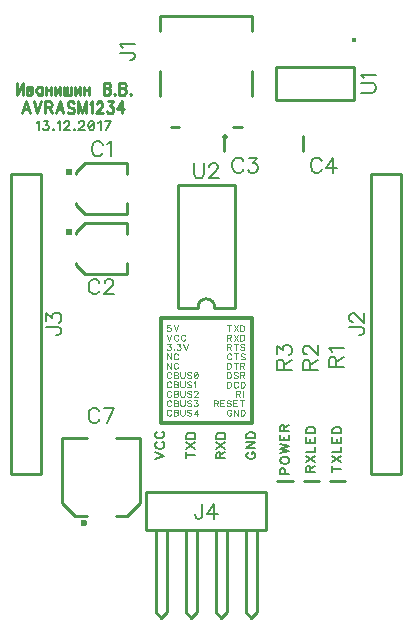
<source format=gbr>
G04 DipTrace 3.1.0.1*
G04 Âåðõíÿÿìàðêèðîâêà.gbr*
%MOIN*%
G04 #@! TF.FileFunction,Legend,Top*
G04 #@! TF.Part,Single*
%ADD10C,0.009843*%
%ADD16C,0.012992*%
%ADD17C,0.023676*%
%ADD21C,0.02362*%
%ADD23C,0.019654*%
%ADD28C,0.015403*%
%ADD61C,0.00772*%
%ADD62C,0.004374*%
%ADD63C,0.006562*%
%ADD64C,0.008749*%
%FSLAX26Y26*%
G04*
G70*
G90*
G75*
G01*
G04 TopSilk*
%LPD*%
X397302Y1222265D2*
D10*
X397326Y1186832D1*
X397302Y1222265D2*
X257604D1*
X228045Y1192741D2*
X257604Y1222265D1*
X228045Y1192741D2*
X228021Y1186832D1*
X397326Y1088406D2*
X397302Y1052974D1*
X257604D1*
X228045Y1082498D2*
X257604Y1052974D1*
X228021Y1088406D2*
X228045Y1082498D1*
D17*
X206393Y1192749D3*
X397302Y1022244D2*
D10*
X397326Y986811D1*
X397302Y1022244D2*
X257604D1*
X228045Y992720D2*
X257604Y1022244D1*
X228045Y992720D2*
X228021Y986811D1*
X397326Y888385D2*
X397302Y852953D1*
X257604D1*
X228045Y882477D2*
X257604Y852953D1*
X228021Y888385D2*
X228045Y882477D1*
D17*
X206393Y992728D3*
X721239Y1261929D2*
D10*
Y1313071D1*
X983739Y1261929D2*
Y1313071D1*
X182612Y304922D2*
X263319Y304954D1*
X182612Y304922D2*
Y88417D1*
X225927Y45122D2*
X182612Y88417D1*
X225927Y45122D2*
X263319D1*
X361747Y304954D2*
X442454Y304922D1*
Y88417D1*
X399138Y45122D2*
X442454Y88417D1*
X361747Y45122D2*
X399138D1*
D21*
X255458Y21467D3*
X1074432Y162278D2*
D10*
X1125573D1*
X986932D2*
X1038073D1*
X899526Y162291D2*
X950668D1*
X816044Y1711909D2*
X508956D1*
X816044D2*
Y1662717D1*
Y1529606D2*
Y1445358D1*
X780598Y1341846D2*
X753047D1*
X571953D2*
X544402D1*
X508956Y1445358D2*
Y1529606D1*
Y1662717D2*
Y1711909D1*
D23*
X725497Y1308362D3*
X1312502Y1187520D2*
D10*
X1212501D1*
Y187480D1*
X1312502D1*
Y1187520D1*
X112502D2*
X12501D1*
Y187480D1*
X112502D1*
Y1187520D1*
X462570Y125008D2*
X862583D1*
Y28D1*
X462570D1*
Y125008D1*
X493811Y28D2*
Y-274939D1*
X531332Y28D2*
Y-274939D1*
X493811D2*
X512531Y-294903D1*
X531332Y-274939D2*
X512531Y-294903D1*
X593814Y28D2*
Y-274939D1*
X631335Y28D2*
Y-274939D1*
X593814D2*
X612534Y-294903D1*
X631335Y-274939D2*
X612534Y-294903D1*
X693817Y28D2*
Y-274939D1*
X731338Y28D2*
Y-274939D1*
X693817D2*
X712538Y-294903D1*
X731338Y-274939D2*
X712538Y-294903D1*
X793820Y28D2*
Y-274939D1*
X831342Y28D2*
Y-274939D1*
X793820D2*
X812541Y-294903D1*
X831342Y-274939D2*
X812541Y-294903D1*
D28*
X1153880Y1631868D3*
X1154920Y1542618D2*
D10*
X895090D1*
X1154920Y1432382D2*
X895090D1*
Y1542618D2*
Y1432382D1*
X1154920Y1542618D2*
Y1432382D1*
X757002Y739026D2*
Y1148475D1*
X567998Y739026D2*
Y1148475D1*
X757002D2*
X567998D1*
X757002Y739026D2*
X690068D1*
X634932D2*
X567998D1*
X690068D2*
G03X634932Y739026I-27568J3711D01*
G01*
X511529Y707777D2*
D16*
X813222D1*
Y356320D1*
X511529D1*
Y707777D1*
X316892Y1283550D2*
D61*
X314515Y1288303D1*
X309707Y1293112D1*
X304954Y1295488D1*
X295392D1*
X290584Y1293112D1*
X285830Y1288303D1*
X283398Y1283550D1*
X281022Y1276365D1*
Y1264371D1*
X283398Y1257242D1*
X285830Y1252433D1*
X290584Y1247680D1*
X295392Y1245248D1*
X304954D1*
X309707Y1247680D1*
X314515Y1252433D1*
X316892Y1257242D1*
X332331Y1285871D2*
X337140Y1288303D1*
X344325Y1295433D1*
Y1245248D1*
X306142Y824056D2*
X303765Y828809D1*
X298957Y833617D1*
X294204Y835994D1*
X284642D1*
X279834Y833617D1*
X275080Y828809D1*
X272649Y824056D1*
X270272Y816871D1*
Y804877D1*
X272649Y797748D1*
X275080Y792939D1*
X279834Y788186D1*
X284642Y785754D1*
X294204D1*
X298957Y788186D1*
X303765Y792939D1*
X306142Y797748D1*
X324013Y824001D2*
Y826377D1*
X326390Y831186D1*
X328766Y833562D1*
X333575Y835939D1*
X343136D1*
X347889Y833562D1*
X350266Y831186D1*
X352698Y826377D1*
Y821624D1*
X350266Y816816D1*
X345513Y809686D1*
X321581Y785754D1*
X355074D1*
X785584Y1229076D2*
X783208Y1233829D1*
X778399Y1238637D1*
X773646Y1241014D1*
X764084D1*
X759276Y1238637D1*
X754523Y1233829D1*
X752091Y1229076D1*
X749714Y1221890D1*
Y1209897D1*
X752091Y1202767D1*
X754523Y1197959D1*
X759276Y1193206D1*
X764084Y1190774D1*
X773646D1*
X778399Y1193206D1*
X783208Y1197959D1*
X785584Y1202767D1*
X805832Y1240958D2*
X832085D1*
X817770Y1221835D1*
X824955D1*
X829708Y1219459D1*
X832085Y1217082D1*
X834517Y1209897D1*
Y1205144D1*
X832085Y1197959D1*
X827332Y1193150D1*
X820147Y1190774D1*
X812962D1*
X805832Y1193150D1*
X803455Y1195582D1*
X801023Y1200335D1*
X1046896Y1229076D2*
X1044519Y1233829D1*
X1039711Y1238637D1*
X1034958Y1241014D1*
X1025396D1*
X1020588Y1238637D1*
X1015834Y1233829D1*
X1013403Y1229076D1*
X1011026Y1221890D1*
Y1209897D1*
X1013403Y1202767D1*
X1015834Y1197959D1*
X1020588Y1193206D1*
X1025396Y1190774D1*
X1034958D1*
X1039711Y1193206D1*
X1044519Y1197959D1*
X1046896Y1202767D1*
X1086267Y1190774D2*
Y1240958D1*
X1062335Y1207520D1*
X1098205D1*
X306001Y394768D2*
X303625Y399521D1*
X298816Y404329D1*
X294063Y406706D1*
X284502D1*
X279693Y404329D1*
X274940Y399521D1*
X272508Y394768D1*
X270132Y387583D1*
Y375589D1*
X272508Y368459D1*
X274940Y363651D1*
X279693Y358898D1*
X284502Y356466D1*
X294063D1*
X298816Y358898D1*
X303625Y363651D1*
X306001Y368459D1*
X331002Y356466D2*
X354934Y406651D1*
X321441D1*
X374710Y1590975D2*
X412957D1*
X420142Y1588599D1*
X422518Y1586167D1*
X424950Y1581414D1*
Y1576605D1*
X422518Y1571852D1*
X420142Y1569475D1*
X412957Y1567044D1*
X408203D1*
X384327Y1606415D2*
X381895Y1611223D1*
X374765Y1618408D1*
X424950D1*
X1139278Y675000D2*
X1177524D1*
X1184709Y672623D1*
X1187086Y670191D1*
X1189518Y665438D1*
Y660630D1*
X1187086Y655876D1*
X1184709Y653500D1*
X1177524Y651068D1*
X1172771D1*
X1151271Y692871D2*
X1148895D1*
X1144086Y695247D1*
X1141710Y697624D1*
X1139333Y702432D1*
Y711994D1*
X1141710Y716747D1*
X1144086Y719124D1*
X1148895Y721556D1*
X1153648D1*
X1158456Y719124D1*
X1165586Y714371D1*
X1189518Y690439D1*
Y723932D1*
X129461Y675000D2*
X167707D1*
X174892Y672623D1*
X177269Y670191D1*
X179701Y665438D1*
Y660630D1*
X177269Y655876D1*
X174892Y653500D1*
X167707Y651068D1*
X162954D1*
X129516Y695247D2*
Y721500D1*
X148639Y707186D1*
Y714371D1*
X151016Y719124D1*
X153392Y721500D1*
X160577Y723932D1*
X165331D1*
X172516Y721500D1*
X177324Y716747D1*
X179701Y709562D1*
Y702377D1*
X177324Y695247D1*
X174892Y692871D1*
X170139Y690439D1*
X648887Y87591D2*
Y49344D1*
X646511Y42159D1*
X644079Y39782D1*
X639326Y37351D1*
X634517D1*
X629764Y39782D1*
X627388Y42159D1*
X624956Y49344D1*
Y54097D1*
X688258Y37351D2*
Y87535D1*
X664327Y54097D1*
X700197D1*
X1095413Y544552D2*
Y566051D1*
X1092981Y573236D1*
X1090604Y575668D1*
X1085851Y578045D1*
X1081043D1*
X1076290Y575668D1*
X1073858Y573236D1*
X1071481Y566051D1*
Y544552D1*
X1121721D1*
X1095413Y561298D2*
X1121721Y578045D1*
X1081098Y593484D2*
X1078666Y598293D1*
X1071536Y605478D1*
X1121721Y605477D1*
X1008692Y533802D2*
Y555301D1*
X1006260Y562486D1*
X1003883Y564918D1*
X999130Y567295D1*
X994322D1*
X989568Y564918D1*
X987137Y562486D1*
X984760Y555301D1*
Y533802D1*
X1035000D1*
X1008692Y550548D2*
X1035000Y567295D1*
X996753Y585166D2*
X994377D1*
X989568Y587543D1*
X987192Y589919D1*
X984815Y594728D1*
Y604289D1*
X987192Y609042D1*
X989568Y611419D1*
X994377Y613851D1*
X999130D1*
X1003938Y611419D1*
X1011068Y606666D1*
X1035000Y582734D1*
Y616227D1*
X921286Y533848D2*
Y555347D1*
X918854Y562532D1*
X916478Y564964D1*
X911724Y567341D1*
X906916D1*
X902163Y564964D1*
X899731Y562532D1*
X897354Y555347D1*
Y533848D1*
X947594D1*
X921286Y550594D2*
X947594Y567341D1*
X897410Y587589D2*
Y613842D1*
X916533Y599527D1*
Y606712D1*
X918910Y611465D1*
X921286Y613842D1*
X928471Y616273D1*
X933224D1*
X940409Y613841D1*
X945218Y609088D1*
X947594Y601903D1*
Y594718D1*
X945218Y587588D1*
X942786Y585212D1*
X938033Y582780D1*
X1178541Y1457037D2*
X1214411D1*
X1221596Y1459414D1*
X1226349Y1464222D1*
X1228781Y1471407D1*
Y1476160D1*
X1226349Y1483345D1*
X1221596Y1488154D1*
X1214411Y1490530D1*
X1178541D1*
X1188158Y1505970D2*
X1185726Y1510778D1*
X1178596Y1517963D1*
X1228781D1*
X621287Y1221698D2*
Y1185828D1*
X623664Y1178643D1*
X628472Y1173890D1*
X635657Y1171458D1*
X640410D1*
X647595Y1173890D1*
X652404Y1178643D1*
X654780Y1185828D1*
Y1221698D1*
X672651Y1209705D2*
Y1212081D1*
X675028Y1216890D1*
X677405Y1219266D1*
X682213Y1221643D1*
X691775D1*
X696528Y1219266D1*
X698905Y1216890D1*
X701336Y1212081D1*
Y1207328D1*
X698905Y1202520D1*
X694151Y1195390D1*
X670220Y1171458D1*
X703713D1*
X531171Y651101D2*
D62*
X538821Y631005D1*
X546470Y651101D1*
X569567Y646325D2*
X568616Y648227D1*
X566693Y650150D1*
X564792Y651101D1*
X560967D1*
X559044Y650150D1*
X557142Y648227D1*
X556170Y646325D1*
X555219Y643451D1*
Y638654D1*
X556170Y635802D1*
X557142Y633879D1*
X559044Y631978D1*
X560967Y631005D1*
X564792D1*
X566693Y631978D1*
X568616Y633879D1*
X569567Y635802D1*
X592664Y646325D2*
X591713Y648227D1*
X589790Y650150D1*
X587889Y651101D1*
X584064D1*
X582141Y650150D1*
X580239Y648227D1*
X579267Y646325D1*
X578316Y643451D1*
Y638654D1*
X579267Y635802D1*
X580239Y633879D1*
X582141Y631978D1*
X584064Y631005D1*
X587889D1*
X589790Y631978D1*
X591713Y633879D1*
X592664Y635802D1*
X542645Y682332D2*
X533095D1*
X532144Y673732D1*
X533095Y674683D1*
X535969Y675655D1*
X538821D1*
X541695Y674683D1*
X543618Y672781D1*
X544569Y669907D1*
Y668006D1*
X543618Y665132D1*
X541695Y663209D1*
X538821Y662258D1*
X535969D1*
X533095Y663209D1*
X532144Y664181D1*
X531171Y666083D1*
X553318Y682354D2*
X560967Y662258D1*
X568616Y682354D1*
X533095Y619825D2*
X543596D1*
X537870Y612176D1*
X540744D1*
X542645Y611225D1*
X543596Y610275D1*
X544569Y607401D1*
Y605500D1*
X543596Y602626D1*
X541695Y600702D1*
X538821Y599751D1*
X535947D1*
X533095Y600702D1*
X532144Y601675D1*
X531171Y603576D1*
X554268Y601675D2*
X553318Y600702D1*
X554268Y599751D1*
X555241Y600702D1*
X554268Y601675D1*
X565913Y619825D2*
X576415D1*
X570689Y612176D1*
X573563D1*
X575464Y611225D1*
X576415Y610275D1*
X577387Y607401D1*
Y605500D1*
X576415Y602626D1*
X574513Y600702D1*
X571639Y599751D1*
X568765D1*
X565913Y600702D1*
X564963Y601675D1*
X563990Y603576D1*
X586136Y619847D2*
X593786Y599751D1*
X601435Y619847D1*
X544569Y588594D2*
Y568498D1*
X531171Y588594D1*
Y568498D1*
X567666Y583819D2*
X566715Y585720D1*
X564792Y587644D1*
X562890Y588594D1*
X559066D1*
X557142Y587644D1*
X555241Y585720D1*
X554268Y583819D1*
X553318Y580945D1*
Y576148D1*
X554268Y573296D1*
X555241Y571372D1*
X557142Y569471D1*
X559066Y568498D1*
X562890D1*
X564792Y569471D1*
X566715Y571372D1*
X567666Y573296D1*
X544569Y557341D2*
Y537245D1*
X531171Y557341D1*
Y537245D1*
X567666Y552566D2*
X566715Y554467D1*
X564792Y556390D1*
X562890Y557341D1*
X559066D1*
X557142Y556390D1*
X555241Y554467D1*
X554268Y552566D1*
X553318Y549692D1*
Y544894D1*
X554268Y542042D1*
X555241Y540119D1*
X557142Y538218D1*
X559066Y537245D1*
X562890D1*
X564792Y538218D1*
X566715Y540119D1*
X567666Y542042D1*
X545519Y521312D2*
X544569Y523214D1*
X542645Y525137D1*
X540744Y526088D1*
X536920D1*
X534996Y525137D1*
X533095Y523214D1*
X532122Y521312D1*
X531171Y518438D1*
Y513641D1*
X532122Y510789D1*
X533095Y508866D1*
X534996Y506964D1*
X536920Y505992D1*
X540744D1*
X542645Y506964D1*
X544569Y508866D1*
X545519Y510789D1*
X554268Y526088D2*
Y505992D1*
X562890D1*
X565764Y506964D1*
X566715Y507915D1*
X567666Y509816D1*
Y512690D1*
X566715Y514614D1*
X565764Y515564D1*
X562890Y516515D1*
X565764Y517488D1*
X566715Y518438D1*
X567666Y520340D1*
Y522263D1*
X566715Y524164D1*
X565764Y525137D1*
X562890Y526088D1*
X554268D1*
Y516515D2*
X562890D1*
X576415Y526088D2*
Y511740D1*
X577365Y508866D1*
X579289Y506964D1*
X582163Y505992D1*
X584064D1*
X586938Y506964D1*
X588861Y508866D1*
X589812Y511740D1*
Y526088D1*
X611958Y523214D2*
X610057Y525137D1*
X607183Y526088D1*
X603358D1*
X600484Y525137D1*
X598561Y523214D1*
Y521312D1*
X599534Y519389D1*
X600484Y518438D1*
X602385Y517488D1*
X608134Y515564D1*
X610057Y514614D1*
X611008Y513641D1*
X611958Y511740D1*
Y508866D1*
X610057Y506964D1*
X607183Y505992D1*
X603358D1*
X600484Y506964D1*
X598561Y508866D1*
X626455Y526066D2*
X623581Y525115D1*
X621658Y522241D1*
X620707Y517466D1*
Y514592D1*
X621658Y509816D1*
X623581Y506942D1*
X626455Y505992D1*
X628356D1*
X631230Y506942D1*
X633132Y509816D1*
X634104Y514592D1*
Y517466D1*
X633132Y522241D1*
X631230Y525115D1*
X628356Y526066D1*
X626455D1*
X633132Y522241D2*
X621658Y509816D1*
X545519Y490059D2*
X544569Y491960D1*
X542645Y493884D1*
X540744Y494834D1*
X536920D1*
X534996Y493884D1*
X533095Y491960D1*
X532122Y490059D1*
X531171Y487185D1*
Y482388D1*
X532122Y479536D1*
X533095Y477612D1*
X534996Y475711D1*
X536920Y474738D1*
X540744D1*
X542645Y475711D1*
X544569Y477612D1*
X545519Y479536D1*
X554268Y494834D2*
Y474738D1*
X562890D1*
X565764Y475711D1*
X566715Y476662D1*
X567666Y478563D1*
Y481437D1*
X566715Y483360D1*
X565764Y484311D1*
X562890Y485262D1*
X565764Y486234D1*
X566715Y487185D1*
X567666Y489086D1*
Y491010D1*
X566715Y492911D1*
X565764Y493884D1*
X562890Y494834D1*
X554268D1*
Y485262D2*
X562890D1*
X576415Y494834D2*
Y480486D1*
X577365Y477612D1*
X579289Y475711D1*
X582163Y474738D1*
X584064D1*
X586938Y475711D1*
X588861Y477612D1*
X589812Y480486D1*
Y494834D1*
X611958Y491960D2*
X610057Y493884D1*
X607183Y494834D1*
X603358D1*
X600484Y493884D1*
X598561Y491960D1*
Y490059D1*
X599534Y488136D1*
X600484Y487185D1*
X602385Y486234D1*
X608134Y484311D1*
X610057Y483360D1*
X611008Y482388D1*
X611958Y480486D1*
Y477612D1*
X610057Y475711D1*
X607183Y474738D1*
X603358D1*
X600484Y475711D1*
X598561Y477612D1*
X620707Y490988D2*
X622630Y491960D1*
X625504Y494812D1*
Y474738D1*
X545519Y458806D2*
X544569Y460707D1*
X542645Y462630D1*
X540744Y463581D1*
X536920D1*
X534996Y462630D1*
X533095Y460707D1*
X532122Y458806D1*
X531171Y455932D1*
Y451134D1*
X532122Y448282D1*
X533095Y446359D1*
X534996Y444458D1*
X536920Y443485D1*
X540744D1*
X542645Y444458D1*
X544569Y446359D1*
X545519Y448282D1*
X554268Y463581D2*
Y443485D1*
X562890D1*
X565764Y444458D1*
X566715Y445408D1*
X567666Y447310D1*
Y450184D1*
X566715Y452107D1*
X565764Y453058D1*
X562890Y454008D1*
X565764Y454981D1*
X566715Y455932D1*
X567666Y457833D1*
Y459756D1*
X566715Y461658D1*
X565764Y462630D1*
X562890Y463581D1*
X554268D1*
Y454008D2*
X562890D1*
X576415Y463581D2*
Y449233D1*
X577365Y446359D1*
X579289Y444458D1*
X582163Y443485D1*
X584064D1*
X586938Y444458D1*
X588861Y446359D1*
X589812Y449233D1*
Y463581D1*
X611958Y460707D2*
X610057Y462630D1*
X607183Y463581D1*
X603358D1*
X600484Y462630D1*
X598561Y460707D1*
Y458806D1*
X599534Y456882D1*
X600484Y455932D1*
X602385Y454981D1*
X608134Y453058D1*
X610057Y452107D1*
X611008Y451134D1*
X611958Y449233D1*
Y446359D1*
X610057Y444458D1*
X607183Y443485D1*
X603358D1*
X600484Y444458D1*
X598561Y446359D1*
X621680Y458784D2*
Y459734D1*
X622630Y461658D1*
X623581Y462608D1*
X625504Y463559D1*
X629329D1*
X631230Y462608D1*
X632181Y461658D1*
X633154Y459734D1*
Y457833D1*
X632181Y455910D1*
X630280Y453058D1*
X620707Y443485D1*
X634104D1*
X545519Y427553D2*
X544569Y429454D1*
X542645Y431377D1*
X540744Y432328D1*
X536920D1*
X534996Y431377D1*
X533095Y429454D1*
X532122Y427553D1*
X531171Y424679D1*
Y419881D1*
X532122Y417029D1*
X533095Y415106D1*
X534996Y413205D1*
X536920Y412232D1*
X540744D1*
X542645Y413205D1*
X544569Y415106D1*
X545519Y417029D1*
X554268Y432328D2*
Y412232D1*
X562890D1*
X565764Y413205D1*
X566715Y414155D1*
X567666Y416056D1*
Y418930D1*
X566715Y420854D1*
X565764Y421804D1*
X562890Y422755D1*
X565764Y423728D1*
X566715Y424679D1*
X567666Y426580D1*
Y428503D1*
X566715Y430404D1*
X565764Y431377D1*
X562890Y432328D1*
X554268D1*
Y422755D2*
X562890D1*
X576415Y432328D2*
Y417980D1*
X577365Y415106D1*
X579289Y413205D1*
X582163Y412232D1*
X584064D1*
X586938Y413205D1*
X588861Y415106D1*
X589812Y417980D1*
Y432328D1*
X611958Y429454D2*
X610057Y431377D1*
X607183Y432328D1*
X603358D1*
X600484Y431377D1*
X598561Y429454D1*
Y427553D1*
X599534Y425629D1*
X600484Y424679D1*
X602385Y423728D1*
X608134Y421804D1*
X610057Y420854D1*
X611008Y419881D1*
X611958Y417980D1*
Y415106D1*
X610057Y413205D1*
X607183Y412232D1*
X603358D1*
X600484Y413205D1*
X598561Y415106D1*
X622630Y432306D2*
X633132D1*
X627406Y424656D1*
X630280D1*
X632181Y423706D1*
X633132Y422755D1*
X634104Y419881D1*
Y417980D1*
X633132Y415106D1*
X631230Y413182D1*
X628356Y412232D1*
X625482D1*
X622630Y413182D1*
X621680Y414155D1*
X620707Y416056D1*
X545519Y396299D2*
X544569Y398201D1*
X542645Y400124D1*
X540744Y401075D1*
X536920D1*
X534996Y400124D1*
X533095Y398201D1*
X532122Y396299D1*
X531171Y393425D1*
Y388628D1*
X532122Y385776D1*
X533095Y383853D1*
X534996Y381951D1*
X536920Y380979D1*
X540744D1*
X542645Y381951D1*
X544569Y383853D1*
X545519Y385776D1*
X554268Y401075D2*
Y380979D1*
X562890D1*
X565764Y381951D1*
X566715Y382902D1*
X567666Y384803D1*
Y387677D1*
X566715Y389601D1*
X565764Y390551D1*
X562890Y391502D1*
X565764Y392475D1*
X566715Y393425D1*
X567666Y395327D1*
Y397250D1*
X566715Y399151D1*
X565764Y400124D1*
X562890Y401075D1*
X554268D1*
Y391502D2*
X562890D1*
X576415Y401075D2*
Y386727D1*
X577365Y383853D1*
X579289Y381951D1*
X582163Y380979D1*
X584064D1*
X586938Y381951D1*
X588861Y383853D1*
X589812Y386727D1*
Y401075D1*
X611958Y398201D2*
X610057Y400124D1*
X607183Y401075D1*
X603358D1*
X600484Y400124D1*
X598561Y398201D1*
Y396299D1*
X599534Y394376D1*
X600484Y393425D1*
X602385Y392475D1*
X608134Y390551D1*
X610057Y389601D1*
X611008Y388628D1*
X611958Y386727D1*
Y383853D1*
X610057Y381951D1*
X607183Y380979D1*
X603358D1*
X600484Y381951D1*
X598561Y383853D1*
X630280Y380979D2*
Y401052D1*
X620707Y387677D1*
X635055D1*
X738020Y682225D2*
Y662129D1*
X731321Y682225D2*
X744718D1*
X753467D2*
X766865Y662129D1*
Y682225D2*
X753467Y662129D1*
X775614Y682225D2*
Y662129D1*
X782312D1*
X785186Y663102D1*
X787110Y665003D1*
X788060Y666927D1*
X789011Y669779D1*
Y674576D1*
X788060Y677450D1*
X787110Y679351D1*
X785186Y681275D1*
X782312Y682225D1*
X775614D1*
X731321Y641399D2*
X739921D1*
X742795Y642372D1*
X743768Y643323D1*
X744718Y645224D1*
Y647148D1*
X743768Y649049D1*
X742795Y650022D1*
X739921Y650972D1*
X731321D1*
Y630876D1*
X738020Y641399D2*
X744718Y630876D1*
X753467Y650972D2*
X766865Y630876D1*
Y650972D2*
X753467Y630876D1*
X775614Y650972D2*
Y630876D1*
X782312D1*
X785186Y631849D1*
X787110Y633750D1*
X788060Y635674D1*
X789011Y638525D1*
Y643323D1*
X788060Y646197D1*
X787110Y648098D1*
X785186Y650022D1*
X782312Y650972D1*
X775614D1*
X731321Y610146D2*
X739921D1*
X742795Y611119D1*
X743768Y612070D1*
X744718Y613971D1*
Y615894D1*
X743768Y617796D1*
X742795Y618768D1*
X739921Y619719D1*
X731321D1*
Y599623D1*
X738020Y610146D2*
X744718Y599623D1*
X760166Y619719D2*
Y599623D1*
X753467Y619719D2*
X766865D1*
X789011Y616845D2*
X787110Y618768D1*
X784236Y619719D1*
X780411D1*
X777537Y618768D1*
X775614Y616845D1*
Y614944D1*
X776586Y613020D1*
X777537Y612070D1*
X779438Y611119D1*
X785186Y609196D1*
X787110Y608245D1*
X788060Y607272D1*
X789011Y605371D1*
Y602497D1*
X787110Y600596D1*
X784236Y599623D1*
X780411D1*
X777537Y600596D1*
X775614Y602497D1*
X745669Y583690D2*
X744718Y585592D1*
X742795Y587515D1*
X740894Y588466D1*
X737069D1*
X735146Y587515D1*
X733244Y585592D1*
X732272Y583690D1*
X731321Y580816D1*
Y576019D1*
X732272Y573167D1*
X733244Y571244D1*
X735146Y569342D1*
X737069Y568370D1*
X740894D1*
X742795Y569342D1*
X744718Y571244D1*
X745669Y573167D1*
X761117Y588466D2*
Y568370D1*
X754418Y588466D2*
X767815D1*
X789962Y585592D2*
X788060Y587515D1*
X785186Y588466D1*
X781362D1*
X778488Y587515D1*
X776564Y585592D1*
Y583690D1*
X777537Y581767D1*
X778488Y580816D1*
X780389Y579866D1*
X786137Y577942D1*
X788060Y576992D1*
X789011Y576019D1*
X789962Y574118D1*
Y571244D1*
X788060Y569342D1*
X785186Y568370D1*
X781362D1*
X778488Y569342D1*
X776564Y571244D1*
X731321Y557212D2*
Y537116D1*
X738020D1*
X740894Y538089D1*
X742817Y539990D1*
X743768Y541914D1*
X744718Y544766D1*
Y549563D1*
X743768Y552437D1*
X742817Y554338D1*
X740894Y556262D1*
X738020Y557212D1*
X731321D1*
X760166D2*
Y537116D1*
X753467Y557212D2*
X766865D1*
X775614Y547640D2*
X784214D1*
X787088Y548612D1*
X788060Y549563D1*
X789011Y551464D1*
Y553388D1*
X788060Y555289D1*
X787088Y556262D1*
X784214Y557212D1*
X775614D1*
Y537116D1*
X782312Y547640D2*
X789011Y537116D1*
X731321Y525959D2*
Y505863D1*
X738020D1*
X740894Y506836D1*
X742817Y508737D1*
X743768Y510660D1*
X744718Y513512D1*
Y518310D1*
X743768Y521184D1*
X742817Y523085D1*
X740894Y525008D1*
X738020Y525959D1*
X731321D1*
X766865Y523085D2*
X764963Y525008D1*
X762089Y525959D1*
X758265D1*
X755391Y525008D1*
X753467Y523085D1*
Y521184D1*
X754440Y519260D1*
X755391Y518310D1*
X757292Y517359D1*
X763040Y515436D1*
X764963Y514485D1*
X765914Y513512D1*
X766865Y511611D1*
Y508737D1*
X764963Y506836D1*
X762089Y505863D1*
X758265D1*
X755391Y506836D1*
X753467Y508737D1*
X775614Y516386D2*
X784214D1*
X787088Y517359D1*
X788060Y518310D1*
X789011Y520211D1*
Y522134D1*
X788060Y524036D1*
X787088Y525008D1*
X784214Y525959D1*
X775614D1*
Y505863D1*
X782312Y516386D2*
X789011Y505863D1*
X731321Y494706D2*
Y474610D1*
X738020D1*
X740894Y475583D1*
X742817Y477484D1*
X743768Y479407D1*
X744718Y482259D1*
Y487056D1*
X743768Y489930D1*
X742817Y491832D1*
X740894Y493755D1*
X738020Y494706D1*
X731321D1*
X767815Y489930D2*
X766865Y491832D1*
X764941Y493755D1*
X763040Y494706D1*
X759215D1*
X757292Y493755D1*
X755391Y491832D1*
X754418Y489930D1*
X753467Y487056D1*
Y482259D1*
X754418Y479407D1*
X755391Y477484D1*
X757292Y475583D1*
X759215Y474610D1*
X763040D1*
X764941Y475583D1*
X766865Y477484D1*
X767815Y479407D1*
X776564Y494706D2*
Y474610D1*
X783263D1*
X786137Y475583D1*
X788060Y477484D1*
X789011Y479407D1*
X789962Y482259D1*
Y487056D1*
X789011Y489930D1*
X788060Y491832D1*
X786137Y493755D1*
X783263Y494706D1*
X776564D1*
X762574Y453880D2*
X771174D1*
X774048Y454853D1*
X775021Y455803D1*
X775972Y457704D1*
Y459628D1*
X775021Y461529D1*
X774048Y462502D1*
X771174Y463452D1*
X762574D1*
Y443356D1*
X769273Y453880D2*
X775972Y443356D1*
X784721Y463452D2*
Y443356D1*
X687566Y422627D2*
X696166D1*
X699040Y423599D1*
X700013Y424550D1*
X700964Y426451D1*
Y428375D1*
X700013Y430276D1*
X699040Y431249D1*
X696166Y432199D1*
X687566D1*
Y412103D1*
X694265Y422627D2*
X700964Y412103D1*
X722137Y432199D2*
X709713D1*
Y412103D1*
X722137D1*
X709713Y422627D2*
X717362D1*
X744284Y429325D2*
X742382Y431249D1*
X739508Y432199D1*
X735684D1*
X732810Y431249D1*
X730886Y429325D1*
Y427424D1*
X731859Y425501D1*
X732810Y424550D1*
X734711Y423599D1*
X740459Y421676D1*
X742382Y420725D1*
X743333Y419753D1*
X744284Y417851D1*
Y414977D1*
X742382Y413076D1*
X739508Y412103D1*
X735684D1*
X732810Y413076D1*
X730886Y414977D1*
X765457Y432199D2*
X753032D1*
Y412103D1*
X765457D1*
X753032Y422627D2*
X760682D1*
X780905Y432199D2*
Y412103D1*
X774206Y432199D2*
X787603D1*
X745669Y396171D2*
X744718Y398072D1*
X742795Y399995D1*
X740894Y400946D1*
X737069D1*
X735146Y399995D1*
X733244Y398072D1*
X732272Y396171D1*
X731321Y393297D1*
Y388499D1*
X732272Y385647D1*
X733244Y383724D1*
X735146Y381823D1*
X737069Y380850D1*
X740894D1*
X742795Y381823D1*
X744718Y383724D1*
X745669Y385647D1*
Y388499D1*
X740894D1*
X767815Y400946D2*
Y380850D1*
X754418Y400946D1*
Y380850D1*
X776564Y400946D2*
Y380850D1*
X783263D1*
X786137Y381823D1*
X788060Y383724D1*
X789011Y385647D1*
X789962Y388499D1*
Y393297D1*
X789011Y396171D1*
X788060Y398072D1*
X786137Y399995D1*
X783263Y400946D1*
X776564D1*
X491790Y235248D2*
D63*
X521934Y246722D1*
X491790Y258196D1*
X498953Y292841D2*
X496101Y291415D1*
X493216Y288530D1*
X491790Y285678D1*
Y279941D1*
X493216Y277056D1*
X496101Y274204D1*
X498953Y272745D1*
X503264Y271319D1*
X510460D1*
X514738Y272745D1*
X517623Y274204D1*
X520475Y277056D1*
X521934Y279941D1*
Y285678D1*
X520475Y288530D1*
X517623Y291415D1*
X514738Y292841D1*
X498953Y327487D2*
X496101Y326061D1*
X493216Y323176D1*
X491790Y320324D1*
Y314587D1*
X493216Y311702D1*
X496101Y308850D1*
X498953Y307391D1*
X503264Y305965D1*
X510460D1*
X514738Y307391D1*
X517623Y308850D1*
X520475Y311702D1*
X521934Y314587D1*
Y320324D1*
X520475Y323176D1*
X517623Y326061D1*
X514738Y327487D1*
X595199Y248148D2*
X625343D1*
X595199Y238100D2*
Y258196D1*
Y271319D2*
X625343Y291415D1*
X595199D2*
X625343Y271319D1*
X595199Y304538D2*
X625343D1*
Y314586D1*
X623884Y318897D1*
X621032Y321783D1*
X618147Y323209D1*
X613869Y324634D1*
X606673D1*
X602362Y323209D1*
X599510Y321783D1*
X596625Y318898D1*
X595199Y314586D1*
Y304538D1*
X709569Y238100D2*
Y251000D1*
X708110Y255311D1*
X706684Y256770D1*
X703832Y258196D1*
X700947D1*
X698095Y256770D1*
X696636Y255311D1*
X695210Y251000D1*
Y238100D1*
X725354D1*
X709569Y248148D2*
X725354Y258196D1*
X695210Y271319D2*
X725354Y291415D1*
X695210D2*
X725354Y271319D1*
X695210Y304538D2*
X725354D1*
Y314586D1*
X723895Y318897D1*
X721043Y321783D1*
X718158Y323209D1*
X713880Y324634D1*
X706684D1*
X702373Y323209D1*
X699521Y321783D1*
X696636Y318898D1*
X695210Y314586D1*
Y304538D1*
X803096Y258909D2*
X800244Y257483D1*
X797359Y254598D1*
X795933Y251746D1*
Y246009D1*
X797359Y243124D1*
X800244Y240272D1*
X803096Y238813D1*
X807407Y237387D1*
X814603D1*
X818881Y238813D1*
X821766Y240272D1*
X824618Y243124D1*
X826077Y246009D1*
Y251746D1*
X824618Y254598D1*
X821766Y257483D1*
X818881Y258909D1*
X814603D1*
Y251746D1*
X795933Y292129D2*
X826077Y292128D1*
X795933Y272033D1*
X826077Y272032D1*
X795933Y305252D2*
X826077D1*
Y315300D1*
X824618Y319611D1*
X821766Y322496D1*
X818881Y323922D1*
X814603Y325348D1*
X807407D1*
X803096Y323922D1*
X800244Y322496D1*
X797359Y319611D1*
X795933Y315300D1*
Y305252D1*
X924240Y187373D2*
Y200306D1*
X922814Y204584D1*
X921355Y206043D1*
X918503Y207469D1*
X914192D1*
X911340Y206043D1*
X909881Y204584D1*
X908455Y200306D1*
Y187373D1*
X938599D1*
X908455Y229214D2*
X909881Y226329D1*
X912766Y223477D1*
X915618Y222018D1*
X919929Y220592D1*
X927125D1*
X931403Y222018D1*
X934288Y223477D1*
X937140Y226329D1*
X938599Y229214D1*
Y234951D1*
X937140Y237803D1*
X934288Y240688D1*
X931403Y242114D1*
X927125Y243540D1*
X919929D1*
X915618Y242114D1*
X912766Y240688D1*
X909881Y237803D1*
X908455Y234951D1*
Y229214D1*
Y256663D2*
X938599Y263859D1*
X908455Y271022D1*
X938599Y278185D1*
X908455Y285381D1*
Y317142D2*
Y298505D1*
X938599D1*
Y317142D1*
X922814Y298505D2*
Y309979D1*
Y330265D2*
Y343165D1*
X921355Y347476D1*
X919929Y348935D1*
X917077Y350361D1*
X914192D1*
X911340Y348935D1*
X909881Y347476D1*
X908455Y343165D1*
Y330265D1*
X938599D1*
X922814Y340313D2*
X938599Y350361D1*
X1009600Y194315D2*
Y207215D1*
X1008141Y211526D1*
X1006715Y212985D1*
X1003863Y214411D1*
X1000978D1*
X998126Y212985D1*
X996667Y211526D1*
X995241Y207215D1*
Y194315D1*
X1025385D1*
X1009600Y204363D2*
X1025385Y214411D1*
X995241Y227534D2*
X1025385Y247630D1*
X995241D2*
X1025385Y227534D1*
X995241Y260754D2*
X1025385D1*
Y277965D1*
X995241Y309725D2*
Y291088D1*
X1025385D1*
Y309725D1*
X1009600Y291088D2*
Y302562D1*
X995241Y322848D2*
X1025385D1*
Y332896D1*
X1023926Y337207D1*
X1021074Y340092D1*
X1018189Y341518D1*
X1013911Y342944D1*
X1006715D1*
X1002404Y341518D1*
X999552Y340092D1*
X996667Y337207D1*
X995241Y332896D1*
Y322848D1*
X1082750Y204363D2*
X1112894D1*
X1082750Y194315D2*
Y214411D1*
Y227534D2*
X1112894Y247630D1*
X1082750D2*
X1112894Y227534D1*
X1082750Y260754D2*
X1112894D1*
Y277965D1*
X1082750Y309725D2*
Y291088D1*
X1112894D1*
Y309725D1*
X1097109Y291088D2*
Y302562D1*
X1082750Y322848D2*
X1112894D1*
Y332896D1*
X1111435Y337207D1*
X1108583Y340092D1*
X1105698Y341518D1*
X1101420Y342944D1*
X1094224D1*
X1089913Y341518D1*
X1087061Y340092D1*
X1084176Y337207D1*
X1082750Y332896D1*
Y322848D1*
X73566Y1388369D2*
D64*
X61292Y1428561D1*
X49053Y1388369D1*
X53651Y1401766D2*
X68968D1*
X87564Y1428561D2*
X99803Y1388369D1*
X112042Y1428561D1*
X126040Y1409416D2*
X139800D1*
X144399Y1411361D1*
X145955Y1413263D1*
X147476Y1417065D1*
Y1420912D1*
X145955Y1424714D1*
X144399Y1426660D1*
X139800Y1428561D1*
X126040D1*
Y1388369D1*
X136758Y1409416D2*
X147476Y1388369D1*
X185987D2*
X173713Y1428561D1*
X161474Y1388369D1*
X166073Y1401766D2*
X181389D1*
X221421Y1422813D2*
X218379Y1426660D1*
X213781Y1428561D1*
X207662D1*
X203063Y1426660D1*
X199986Y1422813D1*
Y1419011D1*
X201542Y1415164D1*
X203063Y1413263D1*
X206105Y1411361D1*
X215302Y1407515D1*
X218379Y1405613D1*
X219900Y1403668D1*
X221421Y1399865D1*
Y1394117D1*
X218379Y1390315D1*
X213781Y1388369D1*
X207662D1*
X203063Y1390315D1*
X199986Y1394117D1*
X259897Y1388369D2*
Y1428561D1*
X247659Y1388369D1*
X235420Y1428561D1*
Y1388369D1*
X273896Y1420868D2*
X276973Y1422813D1*
X281572Y1428517D1*
Y1388369D1*
X297126Y1418966D2*
Y1420868D1*
X298647Y1424714D1*
X300168Y1426616D1*
X303246Y1428517D1*
X309365D1*
X312407Y1426616D1*
X313928Y1424714D1*
X315485Y1420868D1*
Y1417065D1*
X313928Y1413218D1*
X310886Y1407515D1*
X295570Y1388369D1*
X317006D1*
X334081Y1428517D2*
X350883D1*
X341722Y1413218D1*
X346320D1*
X349362Y1411317D1*
X350883Y1409416D1*
X352440Y1403668D1*
Y1399865D1*
X350883Y1394117D1*
X347841Y1390270D1*
X343243Y1388369D1*
X338644D1*
X334081Y1390270D1*
X332560Y1392216D1*
X331004Y1396018D1*
X381754Y1388369D2*
Y1428517D1*
X366438Y1401766D1*
X389395D1*
X97353Y1357136D2*
D63*
X100238Y1358595D1*
X104549Y1362873D1*
Y1332762D1*
X120558Y1362873D2*
X136309D1*
X127720Y1351399D1*
X132031D1*
X134883Y1349973D1*
X136309Y1348547D1*
X137768Y1344236D1*
Y1341384D1*
X136309Y1337073D1*
X133457Y1334188D1*
X129146Y1332762D1*
X124835D1*
X120558Y1334188D1*
X119132Y1335647D1*
X117672Y1338499D1*
X152318Y1335647D2*
X150892Y1334188D1*
X152318Y1332762D1*
X153777Y1334188D1*
X152318Y1335647D1*
X166900Y1357136D2*
X169785Y1358595D1*
X174096Y1362873D1*
Y1332762D1*
X188679Y1355710D2*
Y1357136D1*
X190105Y1360021D1*
X191531Y1361447D1*
X194416Y1362873D1*
X200153D1*
X203005Y1361447D1*
X204431Y1360021D1*
X205890Y1357136D1*
Y1354284D1*
X204431Y1351399D1*
X201579Y1347121D1*
X187220Y1332762D1*
X207316D1*
X221865Y1335647D2*
X220439Y1334188D1*
X221865Y1332762D1*
X223324Y1334188D1*
X221865Y1335647D1*
X237907Y1355710D2*
Y1357136D1*
X239333Y1360021D1*
X240759Y1361447D1*
X243644Y1362873D1*
X249381D1*
X252232Y1361447D1*
X253658Y1360021D1*
X255118Y1357136D1*
Y1354284D1*
X253658Y1351399D1*
X250807Y1347121D1*
X236448Y1332762D1*
X256544D1*
X278289Y1362873D2*
X273978Y1361447D1*
X271093Y1357136D1*
X269667Y1349973D1*
Y1345662D1*
X271093Y1338499D1*
X273978Y1334188D1*
X278289Y1332762D1*
X281141D1*
X285452Y1334188D1*
X288304Y1338499D1*
X289763Y1345662D1*
Y1349973D1*
X288304Y1357136D1*
X285452Y1361447D1*
X281141Y1362873D1*
X278289D1*
X288304Y1357136D2*
X271093Y1338499D1*
X302886Y1357136D2*
X305771Y1358595D1*
X310082Y1362873D1*
Y1332762D1*
X328943D2*
X343302Y1362873D1*
X323206D1*
X51737Y1491068D2*
D64*
Y1450876D1*
Y1491068D2*
X30301Y1450876D1*
Y1491068D2*
Y1450876D1*
X65735Y1477670D2*
Y1450876D1*
X76064D1*
X79530Y1452158D1*
X80662Y1453440D1*
X81794Y1455960D1*
Y1459807D1*
X80662Y1462372D1*
X79530Y1463654D1*
X76064Y1464892D1*
X79530Y1466219D1*
X80662Y1467457D1*
X81794Y1470021D1*
Y1472586D1*
X80662Y1475106D1*
X79530Y1476388D1*
X76064Y1477670D1*
X65735D1*
Y1464892D2*
X76064D1*
X114151Y1477670D2*
Y1450876D1*
Y1471922D2*
X111109Y1475769D1*
X108031Y1477670D1*
X103468D1*
X100391Y1475769D1*
X97349Y1471922D1*
X95792Y1466174D1*
Y1462372D1*
X97349Y1456624D1*
X100391Y1452821D1*
X103468Y1450876D1*
X108031D1*
X111109Y1452821D1*
X114151Y1456624D1*
X128149Y1477670D2*
Y1450876D1*
X144208Y1477670D2*
Y1450876D1*
X128149Y1464892D2*
X144208D1*
X174265Y1477670D2*
Y1450876D1*
Y1477670D2*
X158206Y1450876D1*
Y1477670D2*
Y1450876D1*
X188264D2*
Y1477670D1*
X211220D2*
Y1450876D1*
X199724Y1477670D2*
Y1450876D1*
X188264D2*
X211220D1*
X241278Y1477670D2*
Y1450876D1*
Y1477670D2*
X225219Y1450876D1*
Y1477670D2*
Y1450876D1*
X255276Y1477670D2*
Y1450876D1*
X271335Y1477670D2*
Y1450876D1*
X255276Y1464892D2*
X271335D1*
X320555Y1491068D2*
Y1450876D1*
X334350D1*
X338949Y1452821D1*
X340470Y1454722D1*
X341991Y1458525D1*
Y1464273D1*
X340470Y1468120D1*
X338949Y1470021D1*
X334350Y1471922D1*
X338949Y1473868D1*
X340470Y1475769D1*
X341991Y1479572D1*
Y1483418D1*
X340470Y1487221D1*
X338949Y1489166D1*
X334350Y1491068D1*
X320555D1*
Y1471922D2*
X334350D1*
X357510Y1454722D2*
X355989Y1452777D1*
X357510Y1450876D1*
X359067Y1452777D1*
X357510Y1454722D1*
X373065Y1491068D2*
Y1450876D1*
X386860D1*
X391458Y1452821D1*
X392979Y1454722D1*
X394500Y1458525D1*
Y1464273D1*
X392979Y1468120D1*
X391458Y1470021D1*
X386860Y1471922D1*
X391458Y1473868D1*
X392979Y1475769D1*
X394500Y1479572D1*
Y1483418D1*
X392979Y1487221D1*
X391458Y1489166D1*
X386860Y1491068D1*
X373065D1*
Y1471922D2*
X386860D1*
X410020Y1454722D2*
X408499Y1452777D1*
X410020Y1450876D1*
X411576Y1452777D1*
X410020Y1454722D1*
M02*

</source>
